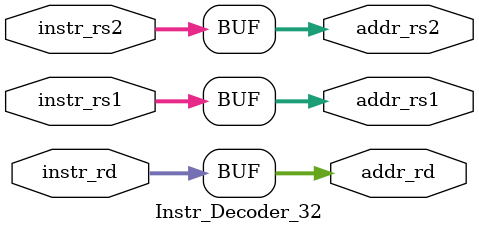
<source format=sv>
`timescale 1ns / 1ps
`include "Header.svh"


module Instr_Decoder_32(input logic [4:0] instr_rd,instr_rs1,instr_rs2,
                        output logic [4:0] addr_rd, addr_rs1, addr_rs2);
    
    always_comb begin
        addr_rd  =  instr_rd;
        addr_rs1 = instr_rs1;
        addr_rs2 =  instr_rs2;
    end
                
endmodule


//    always_comb begin
//        case(instr_i[6:0])
//            R_type      : begin 
//                            rd =  instr_i[11:7];
//                            rs1 = instr_i[19:15];
//                            rs2 =  instr_i[24:20];
//                        end
//            I_type_load, I_type_imm, I_type_jump : begin 
//                            rd =  instr_i[11:7];
//                            rs1 = instr_i[19:15];
//                            rs2 =  5'b00000;
//                        end
//            S_type, B_type      : begin 
//                            rd =  5'b00000;
//                            rs1 = instr_i[19:15];
//                            rs2 =  instr_i[24:20];
//                        end
//            U_type_1, U_type_2, J_type    : begin 
//                            rd =  instr_i[11:7];
//                            rs1 = 5'b00000;
//                            rs2 =  5'b00000;
//                        end
//            default     : begin 
//                            rd =  5'b00000;
//                            rs1 = 5'b00000;
//                            rs2 =  5'b00000;
//                        end 
//        endcase
//    end
    

</source>
